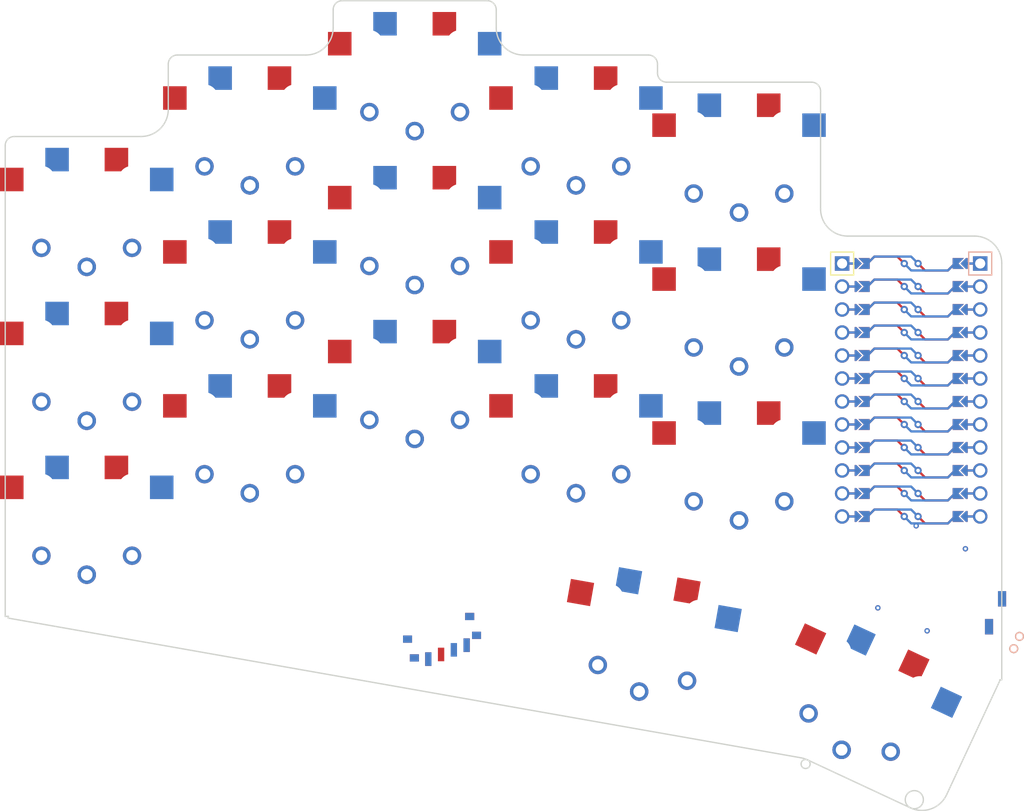
<source format=kicad_pcb>
(kicad_pcb (version 20211014) (generator pcbnew)
  (title_block (title "lazy_ferris") (rev "v1.0.0") (company "Unknown"))
  (layers (0 "F.Cu" signal) (31 "B.Cu" signal) (34 "B.Paste" user) (35 "F.Paste" user) (36 "B.SilkS" user "B.Silkscreen") (37 "F.SilkS" user "F.Silkscreen") (38 "B.Mask" user) (39 "F.Mask" user) (44 "Edge.Cuts" user))
  (net 0 "")
  (net 1 "P7")
  (net 2 "GND")
  (net 3 "P6")
  (net 4 "P5")
  (net 5 "P4")
  (net 6 "P3")
  (net 7 "P0")
  (net 8 "P1")
  (net 9 "P19")
  (net 10 "P18")
  (net 11 "P15")
  (net 12 "P14")
  (net 13 "P16")
  (net 14 "P10")
  (net 15 "P20")
  (net 16 "P21")
  (net 17 "P8")
  (net 18 "P9")
  (net 19 "RAW")
  (net 20 "RST")
  (net 21 "VCC")
  (net 22 "P2")
  (net 23 "pos")
  (footprint "lib:bat" (layer "F.Cu") (at 120.639775 13.394291 -25)
    (fp_text reference "")
    (fp_text value "")
  )
  (footprint "VIA-0.6mm" (layer "F.Cu") (at 105.32415 9.562632 -25)
    (fp_text reference "REF**" hide)
    (fp_text value "VIA-0.6mm" hide)
  )
  (footprint "PG1350" (layer "F.Cu") (at 72 -9)
    (fp_text reference "S19" hide)
    (fp_text value "" hide)
  )
  (footprint "PG1350" (layer "F.Cu") (at 103.816891 19.893564 -25)
    (fp_text reference "S33" hide)
    (fp_text value "" hide)
  )
  (footprint "PG1350" (layer "F.Cu") (at 90 -23 180)
    (fp_text reference "S28" hide)
    (fp_text value "" hide)
  )
  (footprint "PG1350" (layer "F.Cu") (at 90 -23)
    (fp_text reference "S27" hide)
    (fp_text value "" hide)
  )
  (footprint "PG1350" (layer "F.Cu") (at 90 -6)
    (fp_text reference "S25" hide)
    (fp_text value "" hide)
  )
  (footprint "PG1350" (layer "F.Cu") (at 18 -34 180)
    (fp_text reference "S6" hide)
    (fp_text value "" hide)
  )
  (footprint "PG1350" (layer "F.Cu") (at 54.2 -32 180)
    (fp_text reference "S16" hide)
    (fp_text value "" hide)
  )
  (footprint "PG1350" (layer "F.Cu") (at 18 -17 180)
    (fp_text reference "S4" hide)
    (fp_text value "" hide)
  )
  (footprint "ProMicro" (layer "F.Cu") (at 109 -14.5 -90)
    (fp_text reference "MCU1" hide)
    (fp_text value "")
  )
  (footprint "PG1350" (layer "F.Cu") (at 36 -26 180)
    (fp_text reference "S10" hide)
    (fp_text value "" hide)
  )
  (footprint "PG1350" (layer "F.Cu") (at 80 13 170)
    (fp_text reference "S32" hide)
    (fp_text value "" hide)
  )
  (footprint "PG1350" (layer "F.Cu") (at 54.2 -15)
    (fp_text reference "S13" hide)
    (fp_text value "" hide)
  )
  (footprint "PG1350" (layer "F.Cu") (at 54.2 -32)
    (fp_text reference "S15" hide)
    (fp_text value "" hide)
  )
  (footprint "PG1350" (layer "F.Cu") (at 18 -34)
    (fp_text reference "S5" hide)
    (fp_text value "" hide)
  )
  (footprint "PG1350" (layer "F.Cu") (at 90 -6 180)
    (fp_text reference "S26" hide)
    (fp_text value "" hide)
  )
  (footprint "PG1350" (layer "F.Cu") (at 18 -17)
    (fp_text reference "S3" hide)
    (fp_text value "" hide)
  )
  (footprint "PG1350" (layer "F.Cu") (at 72 -43)
    (fp_text reference "S23" hide)
    (fp_text value "" hide)
  )
  (footprint "VIA-0.6mm" (layer "F.Cu") (at 109.550332 0.499554 -25)
    (fp_text reference "REF**" hide)
    (fp_text value "VIA-0.6mm" hide)
  )
  (footprint "PG1350" (layer "F.Cu") (at 103.816891 19.893564 155)
    (fp_text reference "S34" hide)
    (fp_text value "" hide)
  )
  (footprint "PG1350" (layer "F.Cu") (at 18 0 180)
    (fp_text reference "S2" hide)
    (fp_text value "" hide)
  )
  (footprint "Button_Switch_SMD:SW_SPST_B3U-1000P" (layer "F.Cu") (at 118.312935 10.102512 -115)
    (fp_text reference "")
    (fp_text value "")
  )
  (footprint "PG1350" (layer "F.Cu") (at 90 -40 180)
    (fp_text reference "S30" hide)
    (fp_text value "" hide)
  )
  (footprint "PG1350" (layer "F.Cu") (at 18 0)
    (fp_text reference "S1" hide)
    (fp_text value "" hide)
  )
  (footprint "PG1350" (layer "F.Cu") (at 72 -26 180)
    (fp_text reference "S22" hide)
    (fp_text value "" hide)
  )
  (footprint "VIA-0.6mm" (layer "F.Cu") (at 110.761997 12.098341 -25)
    (fp_text reference "REF**" hide)
    (fp_text value "VIA-0.6mm" hide)
  )
  (footprint "PG1350" (layer "F.Cu") (at 36 -43 180)
    (fp_text reference "S12" hide)
    (fp_text value "" hide)
  )
  (footprint "PG1350" (layer "F.Cu") (at 36 -9)
    (fp_text reference "S7" hide)
    (fp_text value "" hide)
  )
  (footprint "PG1350" (layer "F.Cu") (at 72 -9 180)
    (fp_text reference "S20" hide)
    (fp_text value "" hide)
  )
  (footprint "PG1350" (layer "F.Cu") (at 54.2 -49)
    (fp_text reference "S17" hide)
    (fp_text value "" hide)
  )
  (footprint "PG1350" (layer "F.Cu") (at 36 -43)
    (fp_text reference "S11" hide)
    (fp_text value "" hide)
  )
  (footprint "PG1350" (layer "F.Cu") (at 36 -9 180)
    (fp_text reference "S8" hide)
    (fp_text value "" hide)
  )
  (footprint "VIA-0.6mm" (layer "F.Cu") (at 114.988179 3.035263 -25)
    (fp_text reference "REF**" hide)
    (fp_text value "VIA-0.6mm" hide)
  )
  (footprint "PG1350" (layer "F.Cu") (at 72 -43 180)
    (fp_text reference "S24" hide)
    (fp_text value "" hide)
  )
  (footprint "Button_Switch_SMD:SW_SPDT_PCM12" (layer "F.Cu") (at 57.327694 13.110898 -160)
    (fp_text reference "")
    (fp_text value "")
  )
  (footprint "PG1350" (layer "F.Cu") (at 72 -26)
    (fp_text reference "S21" hide)
    (fp_text value "" hide)
  )
  (footprint "PG1350" (layer "F.Cu") (at 80 13 -10)
    (fp_text reference "S31" hide)
    (fp_text value "" hide)
  )
  (footprint "PG1350" (layer "F.Cu") (at 90 -40)
    (fp_text reference "S29" hide)
    (fp_text value "" hide)
  )
  (footprint "PG1350" (layer "F.Cu") (at 54.2 -49 180)
    (fp_text reference "S18" hide)
    (fp_text value "" hide)
  )
  (footprint "PG1350" (layer "F.Cu") (at 36 -26)
    (fp_text reference "S9" hide)
    (fp_text value "" hide)
  )
  (footprint "PG1350" (layer "F.Cu") (at 54.2 -15 180)
    (fp_text reference "S14" hide)
    (fp_text value "" hide)
  )
  (gr_arc (start 96.812147 26.118701) (mid 97.19332 26.211973) (end 97.559057 26.354201) (layer "Edge.Cuts") (width 0.15))
  (gr_line (start 63.2 -54.5) (end 63.2 -56.5) (layer "Edge.Cuts") (width 0.15))
  (gr_line (start 27 -50.5) (end 27 -45.5) (layer "Edge.Cuts") (width 0.15))
  (gr_line (start 119 17.5) (end 119 -28.5) (layer "Edge.Cuts") (width 0.15))
  (gr_line (start 81 -49.5) (end 81 -50.5) (layer "Edge.Cuts") (width 0.15))
  (gr_line (start 10 -42.5) (end 24 -42.5) (layer "Edge.Cuts") (width 0.15))
  (gr_line (start 9.360955 10.5) (end 9 10.5) (layer "Edge.Cuts") (width 0.15))
  (gr_arc (start 9 -41.5) (mid 9.292893 -42.207107) (end 10 -42.5) (layer "Edge.Cuts") (width 0.15))
  (gr_line (start 112.911968 30.203247) (end 118.828624 17.514938) (layer "Edge.Cuts") (width 0.15))
  (gr_line (start 45.2 -56.5) (end 45.2 -54.5) (layer "Edge.Cuts") (width 0.15))
  (gr_line (start 66.2 -51.5) (end 80 -51.5) (layer "Edge.Cuts") (width 0.15))
  (gr_line (start 9.326976 10.692705) (end 96.812147 26.118701) (layer "Edge.Cuts") (width 0.15))
  (gr_arc (start 82 -48.5) (mid 81.292893 -48.792893) (end 81 -49.5) (layer "Edge.Cuts") (width 0.15))
  (gr_arc (start 102 -31.5) (mid 99.87868 -32.37868) (end 99 -34.5) (layer "Edge.Cuts") (width 0.15))
  (gr_line (start 102 -31.5) (end 116 -31.5) (layer "Edge.Cuts") (width 0.15))
  (gr_line (start 97.559057 26.354201) (end 108.92519 31.654316) (layer "Edge.Cuts") (width 0.15))
  (gr_arc (start 27 -45.5) (mid 26.12132 -43.37868) (end 24 -42.5) (layer "Edge.Cuts") (width 0.15))
  (gr_line (start 82 -48.5) (end 98 -48.5) (layer "Edge.Cuts") (width 0.15))
  (gr_arc (start 98 -48.5) (mid 98.707107 -48.207107) (end 99 -47.5) (layer "Edge.Cuts") (width 0.15))
  (gr_line (start 118.796589 17.5) (end 118.828624 17.514938) (layer "Edge.Cuts") (width 0.15))
  (gr_arc (start 97.559057 26.354201) (mid 97.136439 27.260509) (end 97.559057 26.354201) (layer "Edge.Cuts") (width 0.15))
  (gr_line (start 119 17.5) (end 118.796589 17.5) (layer "Edge.Cuts") (width 0.15))
  (gr_line (start 62.2 -57.5) (end 46.2 -57.5) (layer "Edge.Cuts") (width 0.15))
  (gr_line (start 9 10.5) (end 9 -41.5) (layer "Edge.Cuts") (width 0.15))
  (gr_line (start 9.326976 10.692705) (end 9.360955 10.5) (layer "Edge.Cuts") (width 0.15))
  (gr_arc (start 116 -31.5) (mid 118.12132 -30.62132) (end 119 -28.5) (layer "Edge.Cuts") (width 0.15))
  (gr_arc (start 62.2 -57.5) (mid 62.907107 -57.207107) (end 63.2 -56.5) (layer "Edge.Cuts") (width 0.15))
  (gr_arc (start 27 -50.5) (mid 27.292893 -51.207107) (end 28 -51.5) (layer "Edge.Cuts") (width 0.15))
  (gr_arc (start 66.2 -51.5) (mid 64.07868 -52.37868) (end 63.2 -54.5) (layer "Edge.Cuts") (width 0.15))
  (gr_arc (start 112.911969 30.203247) (mid 111.219106 31.75447) (end 108.92519 31.654316) (layer "Edge.Cuts") (width 0.15))
  (gr_arc (start 108.92519 31.654316) (mid 109.770426 29.8417) (end 108.92519 31.654316) (layer "Edge.Cuts") (width 0.15))
  (gr_line (start 99 -34.5) (end 99 -47.5) (layer "Edge.Cuts") (width 0.15))
  (gr_arc (start 45.2 -56.5) (mid 45.492893 -57.207107) (end 46.2 -57.5) (layer "Edge.Cuts") (width 0.15))
  (gr_line (start 28 -51.5) (end 42.2 -51.5) (layer "Edge.Cuts") (width 0.15))
  (gr_arc (start 80 -51.5) (mid 80.707107 -51.207107) (end 81 -50.5) (layer "Edge.Cuts") (width 0.15))
  (gr_arc (start 45.2 -54.5) (mid 44.32132 -52.37868) (end 42.2 -51.5) (layer "Edge.Cuts") (width 0.15))
)
</source>
